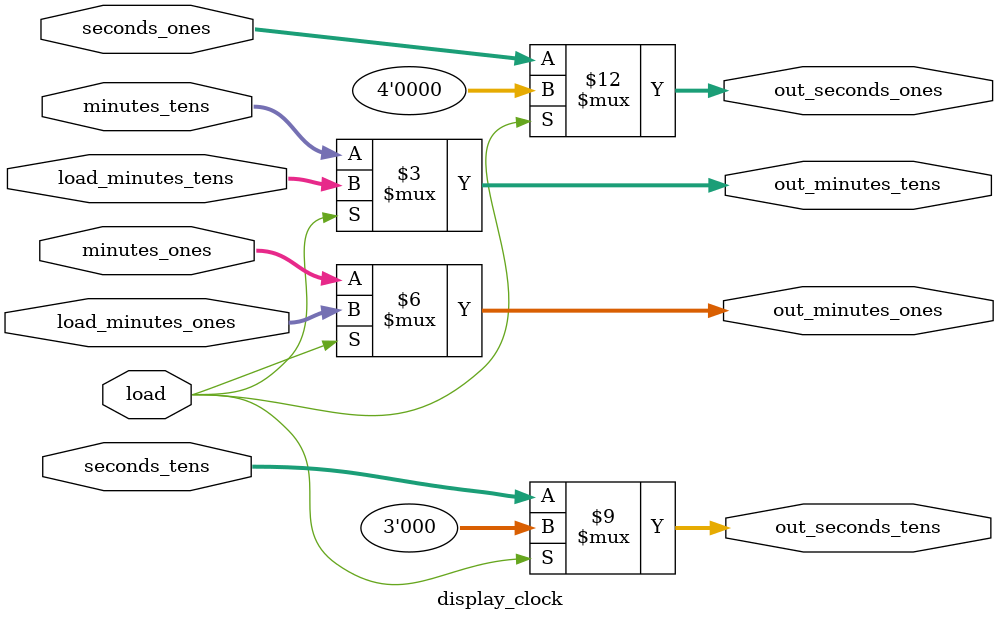
<source format=v>
`timescale 1ns / 1ps

module display_clock(
    input load, 
    input [3:0] seconds_ones, minutes_ones, load_minutes_ones,
    input [2:0] seconds_tens, minutes_tens, load_minutes_tens,
    output reg [3:0] out_seconds_ones, out_minutes_ones, 
    output reg [2:0] out_seconds_tens, out_minutes_tens
    );
    
    always@(*) begin
        if(load) begin
            out_seconds_ones = 0;
            out_seconds_tens = 0;
            out_minutes_ones = load_minutes_ones;
            out_minutes_tens = load_minutes_tens;
        end
        else begin
            out_seconds_ones = seconds_ones;
            out_seconds_tens = seconds_tens;
            out_minutes_ones = minutes_ones;
            out_minutes_tens = minutes_tens;
        end
    end
    
endmodule

</source>
